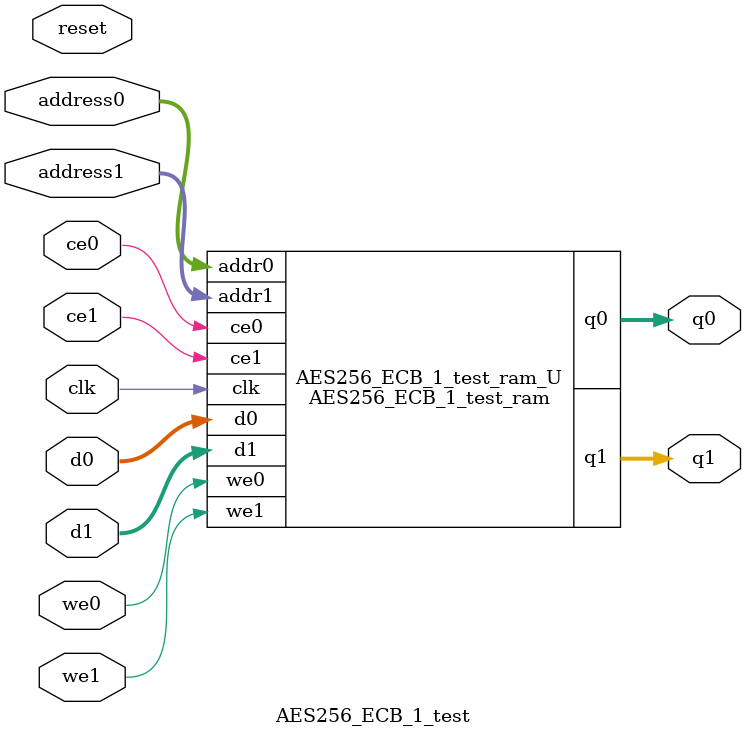
<source format=v>
`timescale 1 ns / 1 ps
module AES256_ECB_1_test_ram (addr0, ce0, d0, we0, q0, addr1, ce1, d1, we1, q1,  clk);

parameter DWIDTH = 8;
parameter AWIDTH = 4;
parameter MEM_SIZE = 16;

input[AWIDTH-1:0] addr0;
input ce0;
input[DWIDTH-1:0] d0;
input we0;
output reg[DWIDTH-1:0] q0;
input[AWIDTH-1:0] addr1;
input ce1;
input[DWIDTH-1:0] d1;
input we1;
output reg[DWIDTH-1:0] q1;
input clk;

(* ram_style = "block" *)reg [DWIDTH-1:0] ram[0:MEM_SIZE-1];




always @(posedge clk)  
begin 
    if (ce0) 
    begin
        if (we0) 
        begin 
            ram[addr0] <= d0; 
        end 
        q0 <= ram[addr0];
    end
end


always @(posedge clk)  
begin 
    if (ce1) 
    begin
        if (we1) 
        begin 
            ram[addr1] <= d1; 
        end 
        q1 <= ram[addr1];
    end
end


endmodule

`timescale 1 ns / 1 ps
module AES256_ECB_1_test(
    reset,
    clk,
    address0,
    ce0,
    we0,
    d0,
    q0,
    address1,
    ce1,
    we1,
    d1,
    q1);

parameter DataWidth = 32'd8;
parameter AddressRange = 32'd16;
parameter AddressWidth = 32'd4;
input reset;
input clk;
input[AddressWidth - 1:0] address0;
input ce0;
input we0;
input[DataWidth - 1:0] d0;
output[DataWidth - 1:0] q0;
input[AddressWidth - 1:0] address1;
input ce1;
input we1;
input[DataWidth - 1:0] d1;
output[DataWidth - 1:0] q1;



AES256_ECB_1_test_ram AES256_ECB_1_test_ram_U(
    .clk( clk ),
    .addr0( address0 ),
    .ce0( ce0 ),
    .we0( we0 ),
    .d0( d0 ),
    .q0( q0 ),
    .addr1( address1 ),
    .ce1( ce1 ),
    .we1( we1 ),
    .d1( d1 ),
    .q1( q1 ));

endmodule


</source>
